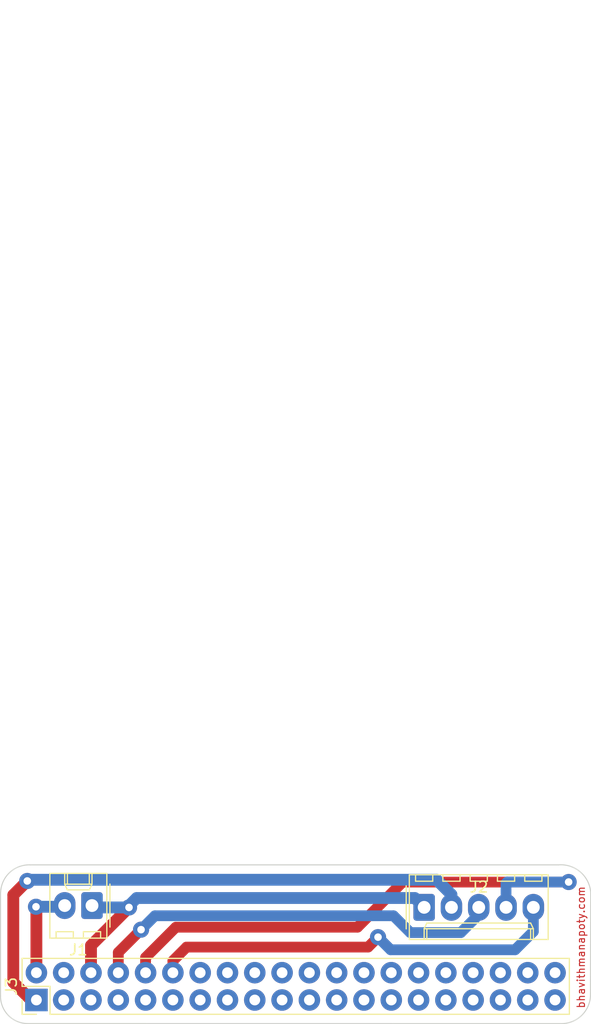
<source format=kicad_pcb>
(kicad_pcb (version 20211014) (generator pcbnew)
  (layers (0 "F.Cu" signal) (31 "B.Cu" signal) (34 "B.Paste" user) (35 "F.Paste" user) (36 "B.SilkS" user "B.Silkscreen") (37 "F.SilkS" user "F.Silkscreen") (38 "B.Mask" user) (39 "F.Mask" user) (44 "Edge.Cuts" user))
  (net 0 "")
  (net 1 "GND")
  (net 2 "5V")
  (net 3 "3.3V")
  (net 4 "TXD0")
  (net 5 "RXD0")
  (net 6 "GPIO18")
  (footprint "Connector_Molex:Molex_KK-254_AE-6410-05A_1x05_P2.54mm_Vertical" (layer "F.Cu") (at 165.726 56.179)
    (fp_text reference "J2" (at 5.101 -1.89) (layer "F.SilkS"))
    (fp_text value "Arduino Serial")
    (fp_line (start 0.8 -2.43) (end 0.8 -3.03) (layer "F.SilkS") (width 0.12))
    (fp_line (start 4.28 -3.03) (end 4.28 -2.43) (layer "F.SilkS") (width 0.12))
    (fp_line (start 4.28 -2.43) (end 5.88 -2.43) (layer "F.SilkS") (width 0.12))
    (fp_line (start 9.91 2.99) (end 9.91 1.99) (layer "F.SilkS") (width 0.12))
    (fp_line (start 0 1.99) (end 10.16 1.99) (layer "F.SilkS") (width 0.12))
    (fp_line (start -0.8 -2.43) (end 0.8 -2.43) (layer "F.SilkS") (width 0.12))
    (fp_line (start -1.67 -2) (end -1.67 2) (layer "F.SilkS") (width 0.12))
    (fp_line (start 9.36 -2.43) (end 10.96 -2.43) (layer "F.SilkS") (width 0.12))
    (fp_line (start -1.38 2.99) (end 11.54 2.99) (layer "F.SilkS") (width 0.12))
    (fp_line (start 3.34 -2.43) (end 3.34 -3.03) (layer "F.SilkS") (width 0.12))
    (fp_line (start 1.74 -2.43) (end 3.34 -2.43) (layer "F.SilkS") (width 0.12))
    (fp_line (start 9.36 -3.03) (end 9.36 -2.43) (layer "F.SilkS") (width 0.12))
    (fp_line (start 0 2.99) (end 0 1.99) (layer "F.SilkS") (width 0.12))
    (fp_line (start 9.91 1.46) (end 10.16 1.99) (layer "F.SilkS") (width 0.12))
    (fp_line (start 10.96 -2.43) (end 10.96 -3.03) (layer "F.SilkS") (width 0.12))
    (fp_line (start 0.25 1.46) (end 9.91 1.46) (layer "F.SilkS") (width 0.12))
    (fp_line (start 0.25 2.99) (end 0.25 1.99) (layer "F.SilkS") (width 0.12))
    (fp_line (start 6.82 -2.43) (end 8.42 -2.43) (layer "F.SilkS") (width 0.12))
    (fp_line (start -1.38 -3.03) (end -1.38 2.99) (layer "F.SilkS") (width 0.12))
    (fp_line (start 6.82 -3.03) (end 6.82 -2.43) (layer "F.SilkS") (width 0.12))
    (fp_line (start 11.54 2.99) (end 11.54 -3.03) (layer "F.SilkS") (width 0.12))
    (fp_line (start 5.88 -2.43) (end 5.88 -3.03) (layer "F.SilkS") (width 0.12))
    (fp_line (start 0 1.99) (end 0.25 1.46) (layer "F.SilkS") (width 0.12))
    (fp_line (start 1.74 -3.03) (end 1.74 -2.43) (layer "F.SilkS") (width 0.12))
    (fp_line (start -0.8 -3.03) (end -0.8 -2.43) (layer "F.SilkS") (width 0.12))
    (fp_line (start 10.16 1.99) (end 10.16 2.99) (layer "F.SilkS") (width 0.12))
    (fp_line (start 8.42 -2.43) (end 8.42 -3.03) (layer "F.SilkS") (width 0.12))
    (fp_line (start 11.54 -3.03) (end -1.38 -3.03) (layer "F.SilkS") (width 0.12))
    (pad "1" thru_hole roundrect (at 0 0) (size 2 2.5) (drill 1.19) (layers *.Cu *.Mask) (roundrect_rratio 0.143678) (net 1 "GND"))
    (pad "2" thru_hole oval (at 2.54 0) (size 2 2.5) (drill 1.19) (layers *.Cu *.Mask) (net 3 "3.3V"))
    (pad "3" thru_hole oval (at 5.08 0) (size 2 2.5) (drill 1.19) (layers *.Cu *.Mask) (net 4 "TXD0"))
    (pad "4" thru_hole oval (at 7.62 0) (size 2 2.5) (drill 1.19) (layers *.Cu *.Mask) (net 5 "RXD0"))
    (pad "5" thru_hole oval (at 10.16 0) (size 2 2.5) (drill 1.19) (layers *.Cu *.Mask) (net 6 "GPIO18"))
  )
  (footprint "Connector_Molex:Molex_KK-254_AE-6410-02A_1x02_P2.54mm_Vertical" (layer "F.Cu") (at 134.82 56.013 180)
    (fp_text reference "J1" (at 1.27 -4.12) (layer "F.SilkS"))
    (fp_text value "Fan")
    (fp_line (start -1.38 2.99) (end 3.92 2.99) (layer "F.SilkS") (width 0.12))
    (fp_line (start -1.67 -2) (end -1.67 2) (layer "F.SilkS") (width 0.12))
    (fp_line (start 0 2.99) (end 0 1.99) (layer "F.SilkS") (width 0.12))
    (fp_line (start 0.25 2.99) (end 0.25 1.99) (layer "F.SilkS") (width 0.12))
    (fp_line (start 3.34 -2.43) (end 3.34 -3.03) (layer "F.SilkS") (width 0.12))
    (fp_line (start -0.8 -2.43) (end 0.8 -2.43) (layer "F.SilkS") (width 0.12))
    (fp_line (start -0.8 -3.03) (end -0.8 -2.43) (layer "F.SilkS") (width 0.12))
    (fp_line (start 0.25 1.46) (end 2.29 1.46) (layer "F.SilkS") (width 0.12))
    (fp_line (start 2.29 1.46) (end 2.54 1.99) (layer "F.SilkS") (width 0.12))
    (fp_line (start 1.74 -2.43) (end 3.34 -2.43) (layer "F.SilkS") (width 0.12))
    (fp_line (start 1.74 -3.03) (end 1.74 -2.43) (layer "F.SilkS") (width 0.12))
    (fp_line (start 3.92 -3.03) (end -1.38 -3.03) (layer "F.SilkS") (width 0.12))
    (fp_line (start 0 1.99) (end 0.25 1.46) (layer "F.SilkS") (width 0.12))
    (fp_line (start 3.92 2.99) (end 3.92 -3.03) (layer "F.SilkS") (width 0.12))
    (fp_line (start 2.29 2.99) (end 2.29 1.99) (layer "F.SilkS") (width 0.12))
    (fp_line (start 2.54 1.99) (end 2.54 2.99) (layer "F.SilkS") (width 0.12))
    (fp_line (start -1.38 -3.03) (end -1.38 2.99) (layer "F.SilkS") (width 0.12))
    (fp_line (start 0.8 -2.43) (end 0.8 -3.03) (layer "F.SilkS") (width 0.12))
    (fp_line (start 0 1.99) (end 2.54 1.99) (layer "F.SilkS") (width 0.12))
    (pad "1" thru_hole roundrect (at 0 0 180) (size 2 2.5) (drill 1.19) (layers *.Cu *.Mask) (roundrect_rratio 0.143678) (net 1 "GND"))
    (pad "2" thru_hole oval (at 2.54 0 180) (size 2 2.5) (drill 1.19) (layers *.Cu *.Mask) (net 2 "5V"))
  )
  (footprint "Connector_PinHeader_2.54mm:PinHeader_2x20_P2.54mm_Vertical" (layer "F.Cu") (at 129.647 64.797 90)
    (fp_text reference "J3" (at 1.27 -2.33 90) (layer "F.SilkS"))
    (fp_text value "Pi Header")
    (fp_line (start 1.27 1.27) (end 1.27 -1.33) (layer "F.SilkS") (width 0.12))
    (fp_line (start -1.33 -1.33) (end 0 -1.33) (layer "F.SilkS") (width 0.12))
    (fp_line (start -1.33 1.27) (end -1.33 49.59) (layer "F.SilkS") (width 0.12))
    (fp_line (start 3.87 -1.33) (end 3.87 49.59) (layer "F.SilkS") (width 0.12))
    (fp_line (start -1.33 1.27) (end 1.27 1.27) (layer "F.SilkS") (width 0.12))
    (fp_line (start 1.27 -1.33) (end 3.87 -1.33) (layer "F.SilkS") (width 0.12))
    (fp_line (start -1.33 49.59) (end 3.87 49.59) (layer "F.SilkS") (width 0.12))
    (fp_line (start -1.33 0) (end -1.33 -1.33) (layer "F.SilkS") (width 0.12))
    (pad "1" thru_hole rect (at 0 0 90) (size 2.1 2.1) (drill 1) (layers *.Cu *.Mask) (net 3 "3.3V"))
    (pad "2" thru_hole oval (at 2.54 0 90) (size 2 2) (drill 1) (layers *.Cu *.Mask) (net 2 "5V"))
    (pad "3" thru_hole oval (at 0 2.54 90) (size 2 2) (drill 1) (layers *.Cu *.Mask))
    (pad "4" thru_hole oval (at 2.54 2.54 90) (size 2 2) (drill 1) (layers *.Cu *.Mask))
    (pad "5" thru_hole oval (at 0 5.08 90) (size 2 2) (drill 1) (layers *.Cu *.Mask))
    (pad "6" thru_hole oval (at 2.54 5.08 90) (size 2 2) (drill 1) (layers *.Cu *.Mask) (net 1 "GND"))
    (pad "7" thru_hole oval (at 0 7.62 90) (size 2 2) (drill 1) (layers *.Cu *.Mask))
    (pad "8" thru_hole oval (at 2.54 7.62 90) (size 2 2) (drill 1) (layers *.Cu *.Mask) (net 4 "TXD0"))
    (pad "9" thru_hole oval (at 0 10.16 90) (size 2 2) (drill 1) (layers *.Cu *.Mask))
    (pad "10" thru_hole oval (at 2.54 10.16 90) (size 2 2) (drill 1) (layers *.Cu *.Mask) (net 5 "RXD0"))
    (pad "11" thru_hole oval (at 0 12.7 90) (size 2 2) (drill 1) (layers *.Cu *.Mask))
    (pad "12" thru_hole oval (at 2.54 12.7 90) (size 2 2) (drill 1) (layers *.Cu *.Mask) (net 6 "GPIO18"))
    (pad "13" thru_hole oval (at 0 15.24 90) (size 2 2) (drill 1) (layers *.Cu *.Mask))
    (pad "14" thru_hole oval (at 2.54 15.24 90) (size 2 2) (drill 1) (layers *.Cu *.Mask))
    (pad "15" thru_hole oval (at 0 17.78 90) (size 2 2) (drill 1) (layers *.Cu *.Mask))
    (pad "16" thru_hole oval (at 2.54 17.78 90) (size 2 2) (drill 1) (layers *.Cu *.Mask))
    (pad "17" thru_hole oval (at 0 20.32 90) (size 2 2) (drill 1) (layers *.Cu *.Mask))
    (pad "18" thru_hole oval (at 2.54 20.32 90) (size 2 2) (drill 1) (layers *.Cu *.Mask))
    (pad "19" thru_hole oval (at 0 22.86 90) (size 2 2) (drill 1) (layers *.Cu *.Mask))
    (pad "20" thru_hole oval (at 2.54 22.86 90) (size 2 2) (drill 1) (layers *.Cu *.Mask))
    (pad "21" thru_hole oval (at 0 25.4 90) (size 2 2) (drill 1) (layers *.Cu *.Mask))
    (pad "22" thru_hole oval (at 2.54 25.4 90) (size 2 2) (drill 1) (layers *.Cu *.Mask))
    (pad "23" thru_hole oval (at 0 27.94 90) (size 2 2) (drill 1) (layers *.Cu *.Mask))
    (pad "24" thru_hole oval (at 2.54 27.94 90) (size 2 2) (drill 1) (layers *.Cu *.Mask))
    (pad "25" thru_hole oval (at 0 30.48 90) (size 2 2) (drill 1) (layers *.Cu *.Mask))
    (pad "26" thru_hole oval (at 2.54 30.48 90) (size 2 2) (drill 1) (layers *.Cu *.Mask))
    (pad "27" thru_hole oval (at 0 33.02 90) (size 2 2) (drill 1) (layers *.Cu *.Mask))
    (pad "28" thru_hole oval (at 2.54 33.02 90) (size 2 2) (drill 1) (layers *.Cu *.Mask))
    (pad "29" thru_hole oval (at 0 35.56 90) (size 2 2) (drill 1) (layers *.Cu *.Mask))
    (pad "30" thru_hole oval (at 2.54 35.56 90) (size 2 2) (drill 1) (layers *.Cu *.Mask))
    (pad "31" thru_hole oval (at 0 38.1 90) (size 2 2) (drill 1) (layers *.Cu *.Mask))
    (pad "32" thru_hole oval (at 2.54 38.1 90) (size 2 2) (drill 1) (layers *.Cu *.Mask))
    (pad "33" thru_hole oval (at 0 40.64 90) (size 2 2) (drill 1) (layers *.Cu *.Mask))
    (pad "34" thru_hole oval (at 2.54 40.64 90) (size 2 2) (drill 1) (layers *.Cu *.Mask))
    (pad "35" thru_hole oval (at 0 43.18 90) (size 2 2) (drill 1) (layers *.Cu *.Mask))
    (pad "36" thru_hole oval (at 2.54 43.18 90) (size 2 2) (drill 1) (layers *.Cu *.Mask))
    (pad "37" thru_hole oval (at 0 45.72 90) (size 2 2) (drill 1) (layers *.Cu *.Mask))
    (pad "38" thru_hole oval (at 2.54 45.72 90) (size 2 2) (drill 1) (layers *.Cu *.Mask))
    (pad "39" thru_hole oval (at 0 48.26 90) (size 2 2) (drill 1) (layers *.Cu *.Mask))
    (pad "40" thru_hole oval (at 2.54 48.26 90) (size 2 2) (drill 1) (layers *.Cu *.Mask))
  )
  (gr_line (start 126.31 64.45) (end 126.311 54.756) (layer "Edge.Cuts") (width 0.1))
  (gr_arc (start 178.221 52.23) (mid 180.247051 52.87868) (end 181.221 54.77) (layer "Edge.Cuts") (width 0.1))
  (gr_arc (start 128.85 66.99) (mid 127.053949 66.246051) (end 126.31 64.45) (layer "Edge.Cuts") (width 0.1))
  (gr_line (start 181.222 54.777) (end 181.203949 64.243949) (layer "Edge.Cuts") (width 0.1))
  (gr_line (start 129.071 52.23) (end 178.221 52.23) (layer "Edge.Cuts") (width 0.1))
  (gr_arc (start 181.203949 64.243949) (mid 180.443493 66.169853) (end 178.543949 66.993949) (layer "Edge.Cuts") (width 0.1))
  (gr_arc (start 126.321 54.77) (mid 127.169949 52.930456) (end 129.071 52.23) (layer "Edge.Cuts") (width 0.1))
  (gr_line (start 178.543949 66.993949) (end 128.85 66.99) (layer "Edge.Cuts") (width 0.1))
  (gr_text "bhavithmanapoty.com" (at 180.324 59.899 90) (layer "F.Cu") (effects (font (size 0.7 0.7) (thickness 0.1))))
  (segment (start 134.727 62.257) (end 134.727 59.727) (width 1.1) (layer "F.Cu") (net 1))
  (segment (start 134.727 59.727) (end 138.264 56.19) (width 1.1) (layer "F.Cu") (net 1))
  (via (at 138.264 56.19) (size 1.5) (drill 0.7) (layers "F.Cu" "B.Cu") (net 1))
  (segment (start 165.715 56.19) (end 165.726 56.179) (width 1.1) (layer "B.Cu") (net 1))
  (segment (start 134.842 55.991) (end 134.82 56.013) (width 0.5) (layer "B.Cu") (net 1))
  (segment (start 138.976 55.313) (end 164.86 55.313) (width 1.1) (layer "B.Cu") (net 1))
  (segment (start 138.264 56.19) (end 138.264 56.025) (width 1.1) (layer "B.Cu") (net 1))
  (segment (start 134.997 56.19) (end 134.82 56.013) (width 1.1) (layer "B.Cu") (net 1))
  (segment (start 138.264 56.19) (end 134.997 56.19) (width 1.1) (layer "B.Cu") (net 1))
  (segment (start 135.145 56.338) (end 134.82 56.013) (width 0.5) (layer "B.Cu") (net 1))
  (segment (start 164.86 55.313) (end 165.726 56.179) (width 1.1) (layer "B.Cu") (net 1))
  (segment (start 138.264 56.025) (end 138.976 55.313) (width 1.1) (layer "B.Cu") (net 1))
  (segment (start 134.921 56.114) (end 134.82 56.013) (width 1.3) (layer "B.Cu") (net 1))
  (segment (start 129.647 62.257) (end 129.647 56.163) (width 1.1) (layer "F.Cu") (net 2))
  (segment (start 129.647 56.163) (end 129.609 56.125) (width 1.1) (layer "F.Cu") (net 2))
  (via (at 129.609 56.125) (size 1.5) (drill 0.7) (layers "F.Cu" "B.Cu") (net 2))
  (segment (start 132.168 56.125) (end 132.28 56.013) (width 1.1) (layer "B.Cu") (net 2))
  (segment (start 129.609 56.125) (end 132.168 56.125) (width 1.1) (layer "B.Cu") (net 2))
  (segment (start 132.201 56.092) (end 132.28 56.013) (width 1.3) (layer "B.Cu") (net 2))
  (segment (start 132.274 56.019) (end 132.28 56.013) (width 0.5) (layer "B.Cu") (net 2))
  (segment (start 129.647 64.797) (end 129.147131 64.797) (width 1.1) (layer "F.Cu") (net 3))
  (segment (start 129.147131 64.797) (end 127.497489 63.147358) (width 1.1) (layer "F.Cu") (net 3))
  (segment (start 127.497489 63.147358) (end 127.497489 55.026511) (width 1.1) (layer "F.Cu") (net 3))
  (segment (start 127.497489 55.026511) (end 128.798 53.726) (width 1.1) (layer "F.Cu") (net 3))
  (via (at 128.798 53.726) (size 1.5) (drill 0.7) (layers "F.Cu" "B.Cu") (net 3))
  (segment (start 128.798 53.726) (end 128.91052 53.61348) (width 1.1) (layer "B.Cu") (net 3))
  (segment (start 128.91052 53.61348) (end 166.88548 53.61348) (width 1.1) (layer "B.Cu") (net 3))
  (segment (start 168.266 54.994) (end 168.266 56.179) (width 1.1) (layer "B.Cu") (net 3))
  (segment (start 166.88548 53.61348) (end 168.266 54.994) (width 1.1) (layer "B.Cu") (net 3))
  (segment (start 137.267 62.257) (end 137.267 60.372) (width 1) (layer "F.Cu") (net 4))
  (segment (start 137.267 60.372) (end 139.385 58.254) (width 1) (layer "F.Cu") (net 4))
  (via (at 139.385 58.254) (size 1.5) (drill 0.7) (layers "F.Cu" "B.Cu") (net 4))
  (segment (start 169.135649 58.52852) (end 170.806 56.858169) (width 1) (layer "B.Cu") (net 4))
  (segment (start 140.67648 56.96252) (end 162.872894 56.96252) (width 1) (layer "B.Cu") (net 4))
  (segment (start 162.872894 56.96252) (end 164.438894 58.52852) (width 1) (layer "B.Cu") (net 4))
  (segment (start 140.67648 56.96252) (end 139.385 58.254) (width 1) (layer "B.Cu") (net 4))
  (segment (start 170.806 56.257128) (end 170.806 56.179) (width 0.35) (layer "B.Cu") (net 4))
  (segment (start 170.806 56.858169) (end 170.806 56.179) (width 1) (layer "B.Cu") (net 4))
  (segment (start 164.438894 58.52852) (end 169.135649 58.52852) (width 1) (layer "B.Cu") (net 4))
  (segment (start 142.623307 58.02648) (end 159.527 58.02648) (width 1) (layer "F.Cu") (net 5))
  (segment (start 139.807 62.257) (end 139.807 60.842787) (width 1) (layer "F.Cu") (net 5))
  (segment (start 139.807 60.842787) (end 142.623307 58.02648) (width 1) (layer "F.Cu") (net 5))
  (segment (start 159.527 58.02648) (end 163.724 53.82948) (width 1) (layer "F.Cu") (net 5))
  (segment (start 163.724 53.82948) (end 179.16452 53.82948) (width 1) (layer "F.Cu") (net 5))
  (segment (start 179.16452 53.82948) (end 179.17 53.824) (width 1) (layer "F.Cu") (net 5))
  (via (at 179.17 53.824) (size 1.5) (drill 0.7) (layers "F.Cu" "B.Cu") (net 5))
  (segment (start 173.346 53.929) (end 173.346 56.179) (width 1) (layer "B.Cu") (net 5))
  (segment (start 173.451 53.824) (end 173.346 53.929) (width 1) (layer "B.Cu") (net 5))
  (segment (start 179.17 53.824) (end 173.451 53.824) (width 1) (layer "B.Cu") (net 5))
  (segment (start 173.346 56.606) (end 173.346 56.179) (width 0.35) (layer "B.Cu") (net 5))
  (segment (start 143.62298 59.87598) (end 143.623 59.876) (width 1) (layer "F.Cu") (net 6))
  (segment (start 142.347 62.257) (end 142.347 61.151668) (width 1) (layer "F.Cu") (net 6))
  (segment (start 142.347 61.151668) (end 143.622688 59.87598) (width 1) (layer "F.Cu") (net 6))
  (segment (start 143.622688 59.87598) (end 143.62298 59.87598) (width 1) (layer "F.Cu") (net 6))
  (segment (start 160.51102 59.87598) (end 161.435 58.952) (width 1) (layer "F.Cu") (net 6))
  (segment (start 143.622688 59.87598) (end 160.51102 59.87598) (width 1) (layer "F.Cu") (net 6))
  (via (at 161.435 58.952) (size 1.5) (drill 0.7) (layers "F.Cu" "B.Cu") (net 6))
  (segment (start 175.886 56.429) (end 175.886 56.179) (width 0.35) (layer "B.Cu") (net 6))
  (segment (start 162.61104 60.12804) (end 174.18696 60.12804) (width 1) (layer "B.Cu") (net 6))
  (segment (start 175.886 58.429) (end 175.886 56.179) (width 1) (layer "B.Cu") (net 6))
  (segment (start 161.435 58.952) (end 162.61104 60.12804) (width 1) (layer "B.Cu") (net 6))
  (segment (start 174.18696 60.12804) (end 175.886 58.429) (width 1) (layer "B.Cu") (net 6))
)
</source>
